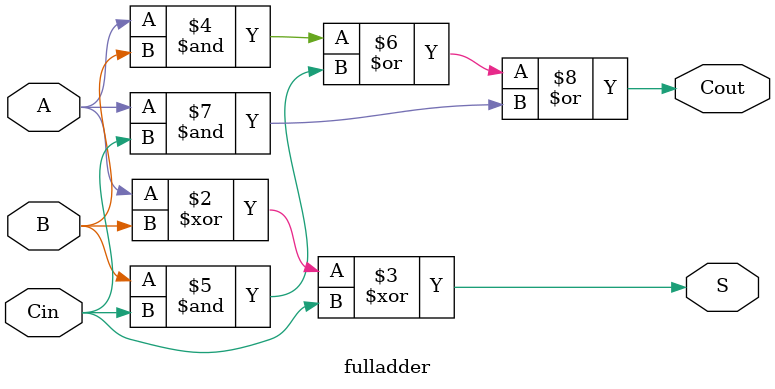
<source format=v>
module fulladder ( 
input A, B, Cin,
 output reg S, Cout);
 always@(A,B,Cin)
 begin
 S = A ^ B ^ Cin;
 Cout = (A & B) | (B & Cin) | (A & Cin);
 end
endmodule

</source>
